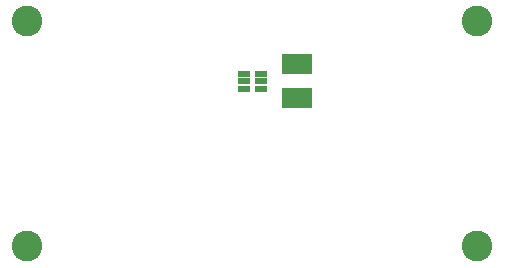
<source format=gbr>
%TF.GenerationSoftware,KiCad,Pcbnew,(5.1.6)-1*%
%TF.CreationDate,2020-08-19T17:28:43+02:00*%
%TF.ProjectId,spectrofluo,73706563-7472-46f6-966c-756f2e6b6963,rev?*%
%TF.SameCoordinates,Original*%
%TF.FileFunction,Soldermask,Bot*%
%TF.FilePolarity,Negative*%
%FSLAX46Y46*%
G04 Gerber Fmt 4.6, Leading zero omitted, Abs format (unit mm)*
G04 Created by KiCad (PCBNEW (5.1.6)-1) date 2020-08-19 17:28:43*
%MOMM*%
%LPD*%
G01*
G04 APERTURE LIST*
%ADD10R,2.500000X1.700000*%
%ADD11R,1.100000X0.500000*%
%ADD12C,2.600000*%
G04 APERTURE END LIST*
D10*
%TO.C,D1*%
X128270000Y-90325000D03*
X128270000Y-87475000D03*
%TD*%
D11*
%TO.C,U2*%
X125210000Y-88900000D03*
X125210000Y-88250000D03*
X125210000Y-89550000D03*
X123710000Y-88250000D03*
X123710000Y-88900000D03*
X123710000Y-89550000D03*
%TD*%
D12*
%TO.C,H1*%
X143510000Y-83820000D03*
%TD*%
%TO.C,H2*%
X105410000Y-83820000D03*
%TD*%
%TO.C,H3*%
X143510000Y-102870000D03*
%TD*%
%TO.C,H4*%
X105410000Y-102870000D03*
%TD*%
M02*

</source>
